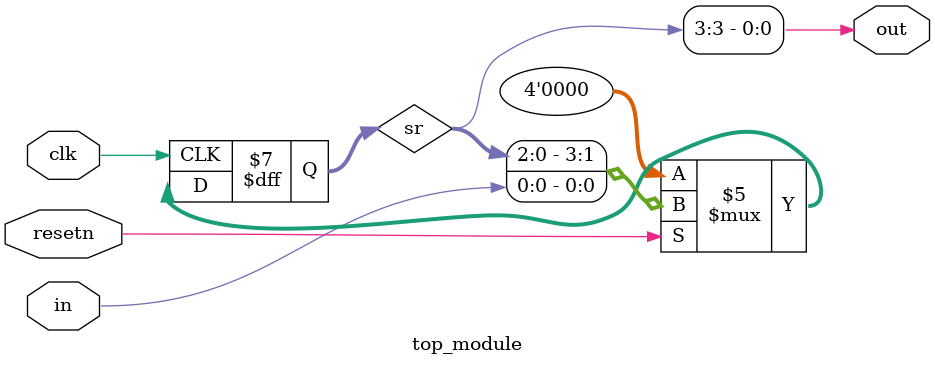
<source format=sv>
module top_module (
    input clk,
    input resetn,
    input in,
    output reg out
);

reg [3:0] sr;

always @(posedge clk) begin
    if (!resetn) begin
        sr <= 4'b0000;
    end
    else begin
        sr <= {sr[2:0], in};
    end
end

always @(*) begin
    out = sr[3];
end

endmodule

</source>
